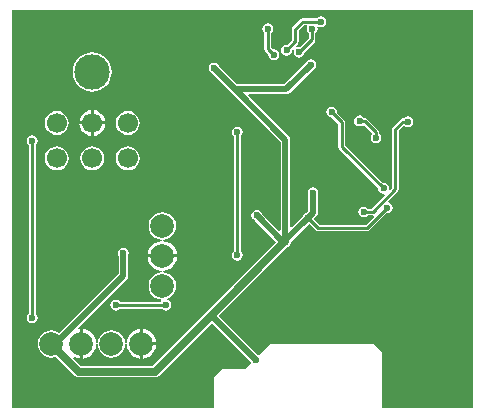
<source format=gbl>
G04 Layer_Physical_Order=2*
G04 Layer_Color=16711680*
%FSLAX25Y25*%
%MOIN*%
G70*
G01*
G75*
%ADD19C,0.01000*%
%ADD21C,0.02000*%
%ADD23C,0.07874*%
%ADD24C,0.11811*%
%ADD25C,0.06693*%
%ADD26C,0.02400*%
%ADD27C,0.02362*%
%ADD28C,0.03000*%
%ADD29C,0.02500*%
G36*
X175796Y85800D02*
Y19604D01*
X145400D01*
Y38200D01*
X142600Y41000D01*
X108100D01*
X104324Y37224D01*
X104095Y37378D01*
X104013Y37394D01*
X91037Y50370D01*
X113957Y73290D01*
X114119Y73322D01*
X114814Y73786D01*
X115278Y74481D01*
X115441Y75300D01*
X115436Y75328D01*
X121160Y81053D01*
X123407Y78807D01*
X123407Y78807D01*
X123771Y78564D01*
X124200Y78478D01*
X124200Y78478D01*
X140500D01*
X140500Y78478D01*
X140929Y78564D01*
X141293Y78807D01*
X147008Y84522D01*
X147200Y84484D01*
X147895Y84622D01*
X148484Y85016D01*
X148878Y85605D01*
X149016Y86300D01*
X148878Y86995D01*
X148484Y87584D01*
X147895Y87978D01*
X147708Y88015D01*
X147544Y88557D01*
X150693Y91707D01*
X150693Y91707D01*
X150936Y92071D01*
X151022Y92500D01*
X151022Y92500D01*
Y112035D01*
X152803Y113817D01*
X152816Y113816D01*
X153405Y113422D01*
X154100Y113284D01*
X154795Y113422D01*
X155384Y113816D01*
X155778Y114405D01*
X155916Y115100D01*
X155778Y115795D01*
X155384Y116384D01*
X154795Y116778D01*
X154100Y116916D01*
X153405Y116778D01*
X152816Y116384D01*
X152707Y116222D01*
X152500D01*
X152500Y116222D01*
X152071Y116136D01*
X151707Y115893D01*
X151707Y115893D01*
X149107Y113293D01*
X148864Y112929D01*
X148778Y112500D01*
X148778Y112500D01*
Y92965D01*
X148254Y92440D01*
X147793Y92687D01*
X147816Y92800D01*
X147678Y93495D01*
X147284Y94084D01*
X146695Y94478D01*
X146000Y94616D01*
X145808Y94578D01*
X133222Y107165D01*
Y114800D01*
X133222Y114800D01*
X133136Y115229D01*
X132893Y115593D01*
X132893Y115593D01*
X130478Y118008D01*
X130516Y118200D01*
X130378Y118895D01*
X129984Y119484D01*
X129395Y119878D01*
X128700Y120016D01*
X128005Y119878D01*
X127416Y119484D01*
X127022Y118895D01*
X126884Y118200D01*
X127022Y117505D01*
X127416Y116916D01*
X128005Y116522D01*
X128700Y116384D01*
X128892Y116422D01*
X130978Y114335D01*
Y106700D01*
X130978Y106700D01*
X131064Y106271D01*
X131307Y105907D01*
X144222Y92992D01*
X144184Y92800D01*
X144322Y92105D01*
X144716Y91516D01*
X145305Y91122D01*
X146000Y90984D01*
X146113Y91007D01*
X146360Y90546D01*
X141883Y86069D01*
X140745D01*
X140637Y86231D01*
X140048Y86625D01*
X139353Y86763D01*
X138658Y86625D01*
X138069Y86231D01*
X137675Y85642D01*
X137537Y84947D01*
X137675Y84252D01*
X138069Y83663D01*
X138658Y83270D01*
X139353Y83131D01*
X140048Y83270D01*
X140637Y83663D01*
X140745Y83826D01*
X142347D01*
X142347Y83826D01*
X142454Y83847D01*
X142700Y83386D01*
X140035Y80722D01*
X124665D01*
X122747Y82639D01*
X123653Y83547D01*
X124007Y84076D01*
X124131Y84700D01*
Y90636D01*
X124178Y90705D01*
X124316Y91400D01*
X124178Y92095D01*
X123784Y92684D01*
X123195Y93078D01*
X122500Y93216D01*
X121805Y93078D01*
X121216Y92684D01*
X120822Y92095D01*
X120684Y91400D01*
X120822Y90705D01*
X120869Y90636D01*
Y85376D01*
X120187Y84694D01*
X120105Y84678D01*
X119516Y84284D01*
X119122Y83695D01*
X119106Y83613D01*
X115393Y79900D01*
X114931Y80092D01*
Y109100D01*
X114807Y109724D01*
X114453Y110254D01*
X100900Y123807D01*
X101092Y124269D01*
X113600D01*
X114224Y124393D01*
X114753Y124747D01*
X122413Y132406D01*
X122495Y132422D01*
X123084Y132816D01*
X123478Y133405D01*
X123616Y134100D01*
X123478Y134795D01*
X123084Y135384D01*
X122495Y135778D01*
X121800Y135916D01*
X121105Y135778D01*
X120516Y135384D01*
X120122Y134795D01*
X120106Y134713D01*
X112924Y127531D01*
X97176D01*
X91194Y133513D01*
X91178Y133595D01*
X90784Y134184D01*
X90195Y134578D01*
X89500Y134716D01*
X88805Y134578D01*
X88216Y134184D01*
X87822Y133595D01*
X87684Y132900D01*
X87822Y132205D01*
X88216Y131616D01*
X88805Y131222D01*
X88887Y131206D01*
X95346Y124747D01*
X111669Y108424D01*
Y78792D01*
X111207Y78600D01*
X105394Y84413D01*
X105378Y84495D01*
X104984Y85084D01*
X104395Y85478D01*
X103700Y85616D01*
X103005Y85478D01*
X102416Y85084D01*
X102022Y84495D01*
X101884Y83800D01*
X102022Y83105D01*
X102416Y82516D01*
X103005Y82122D01*
X103087Y82106D01*
X110263Y74930D01*
X87066Y51734D01*
X87066Y51734D01*
X68919Y33586D01*
X45281D01*
X42629Y36238D01*
X42912Y36662D01*
X44015Y36205D01*
X44800Y36102D01*
Y41000D01*
Y45898D01*
X44469Y45854D01*
X44235Y46328D01*
X60453Y62546D01*
X60807Y63076D01*
X60931Y63700D01*
Y70436D01*
X60978Y70505D01*
X61116Y71200D01*
X60978Y71895D01*
X60584Y72484D01*
X59995Y72878D01*
X59300Y73016D01*
X58605Y72878D01*
X58016Y72484D01*
X57622Y71895D01*
X57484Y71200D01*
X57622Y70505D01*
X57669Y70436D01*
Y64376D01*
X37966Y44673D01*
X37588Y44963D01*
X36484Y45420D01*
X35300Y45576D01*
X34116Y45420D01*
X33012Y44963D01*
X32064Y44236D01*
X31337Y43288D01*
X30880Y42184D01*
X30724Y41000D01*
X30880Y39816D01*
X31337Y38712D01*
X32064Y37764D01*
X33012Y37037D01*
X34116Y36580D01*
X35300Y36424D01*
X36484Y36580D01*
X36816Y36717D01*
X43166Y30366D01*
X43778Y29957D01*
X44500Y29814D01*
X69700D01*
X70422Y29957D01*
X71034Y30366D01*
X88730Y48063D01*
X101706Y35087D01*
X101722Y35005D01*
X101876Y34776D01*
X99700Y32600D01*
Y32500D01*
X92000D01*
X89500Y30000D01*
Y19604D01*
X22004D01*
Y152396D01*
X175796D01*
Y85800D01*
D02*
G37*
%LPC*%
G36*
X72242Y84876D02*
X71057Y84720D01*
X69954Y84263D01*
X69006Y83536D01*
X68279Y82588D01*
X67822Y81484D01*
X67666Y80300D01*
X67822Y79116D01*
X68279Y78012D01*
X69006Y77064D01*
X69954Y76337D01*
X71057Y75880D01*
X71918Y75766D01*
X72074Y75746D01*
Y75242D01*
X71918Y75221D01*
X70957Y75095D01*
X69760Y74599D01*
X68732Y73810D01*
X67943Y72782D01*
X67447Y71585D01*
X67344Y70800D01*
X72242D01*
X77140D01*
X77036Y71585D01*
X76540Y72782D01*
X75752Y73810D01*
X74724Y74599D01*
X73526Y75095D01*
X72565Y75221D01*
X72410Y75242D01*
Y75746D01*
X72565Y75766D01*
X73426Y75880D01*
X74530Y76337D01*
X75478Y77064D01*
X76205Y78012D01*
X76662Y79116D01*
X76818Y80300D01*
X76662Y81484D01*
X76205Y82588D01*
X75478Y83536D01*
X74530Y84263D01*
X73426Y84720D01*
X72242Y84876D01*
D02*
G37*
G36*
X97300Y113316D02*
X96605Y113178D01*
X96016Y112784D01*
X95622Y112195D01*
X95484Y111500D01*
X95622Y110805D01*
X96016Y110216D01*
X96178Y110107D01*
Y71893D01*
X96016Y71784D01*
X95622Y71195D01*
X95484Y70500D01*
X95622Y69805D01*
X96016Y69216D01*
X96605Y68822D01*
X97300Y68684D01*
X97995Y68822D01*
X98584Y69216D01*
X98978Y69805D01*
X99116Y70500D01*
X98978Y71195D01*
X98584Y71784D01*
X98422Y71893D01*
Y110107D01*
X98584Y110216D01*
X98978Y110805D01*
X99116Y111500D01*
X98978Y112195D01*
X98584Y112784D01*
X97995Y113178D01*
X97300Y113316D01*
D02*
G37*
G36*
X37089Y106788D02*
X36059Y106652D01*
X35099Y106254D01*
X34274Y105622D01*
X33642Y104797D01*
X33244Y103837D01*
X33108Y102807D01*
X33244Y101777D01*
X33642Y100817D01*
X34274Y99992D01*
X35099Y99360D01*
X36059Y98962D01*
X37089Y98827D01*
X38119Y98962D01*
X39079Y99360D01*
X39904Y99992D01*
X40536Y100817D01*
X40934Y101777D01*
X41069Y102807D01*
X40934Y103837D01*
X40536Y104797D01*
X39904Y105622D01*
X39079Y106254D01*
X38119Y106652D01*
X37089Y106788D01*
D02*
G37*
G36*
X60711D02*
X59681Y106652D01*
X58721Y106254D01*
X57896Y105622D01*
X57264Y104797D01*
X56866Y103837D01*
X56731Y102807D01*
X56866Y101777D01*
X57264Y100817D01*
X57896Y99992D01*
X58721Y99360D01*
X59681Y98962D01*
X60711Y98827D01*
X61741Y98962D01*
X62701Y99360D01*
X63526Y99992D01*
X64158Y100817D01*
X64556Y101777D01*
X64692Y102807D01*
X64556Y103837D01*
X64158Y104797D01*
X63526Y105622D01*
X62701Y106254D01*
X61741Y106652D01*
X60711Y106788D01*
D02*
G37*
G36*
X48900D02*
X47870Y106652D01*
X46910Y106254D01*
X46085Y105622D01*
X45453Y104797D01*
X45055Y103837D01*
X44919Y102807D01*
X45055Y101777D01*
X45453Y100817D01*
X46085Y99992D01*
X46910Y99360D01*
X47870Y98962D01*
X48900Y98827D01*
X49930Y98962D01*
X50890Y99360D01*
X51715Y99992D01*
X52347Y100817D01*
X52745Y101777D01*
X52881Y102807D01*
X52745Y103837D01*
X52347Y104797D01*
X51715Y105622D01*
X50890Y106254D01*
X49930Y106652D01*
X48900Y106788D01*
D02*
G37*
G36*
X65800Y45898D02*
Y41500D01*
X70198D01*
X70095Y42285D01*
X69599Y43482D01*
X68810Y44510D01*
X67782Y45299D01*
X66585Y45795D01*
X65800Y45898D01*
D02*
G37*
G36*
X70198Y40500D02*
X65800D01*
Y36102D01*
X66585Y36205D01*
X67782Y36701D01*
X68810Y37490D01*
X69599Y38518D01*
X70095Y39715D01*
X70198Y40500D01*
D02*
G37*
G36*
X28900Y110516D02*
X28205Y110378D01*
X27616Y109984D01*
X27222Y109395D01*
X27084Y108700D01*
X27222Y108005D01*
X27616Y107416D01*
X27778Y107307D01*
Y50993D01*
X27616Y50884D01*
X27222Y50295D01*
X27084Y49600D01*
X27222Y48905D01*
X27616Y48316D01*
X28205Y47922D01*
X28900Y47784D01*
X29595Y47922D01*
X30184Y48316D01*
X30578Y48905D01*
X30716Y49600D01*
X30578Y50295D01*
X30184Y50884D01*
X30022Y50993D01*
Y107307D01*
X30184Y107416D01*
X30578Y108005D01*
X30716Y108700D01*
X30578Y109395D01*
X30184Y109984D01*
X29595Y110378D01*
X28900Y110516D01*
D02*
G37*
G36*
X45800Y45898D02*
Y41000D01*
Y36102D01*
X46585Y36205D01*
X47782Y36701D01*
X48810Y37490D01*
X49599Y38518D01*
X50095Y39715D01*
X50221Y40676D01*
X50242Y40832D01*
X50746D01*
X50766Y40676D01*
X50880Y39816D01*
X51337Y38712D01*
X52064Y37764D01*
X53012Y37037D01*
X54116Y36580D01*
X55300Y36424D01*
X56484Y36580D01*
X57588Y37037D01*
X58536Y37764D01*
X59263Y38712D01*
X59720Y39816D01*
X59834Y40676D01*
X59854Y40832D01*
X60358D01*
X60379Y40676D01*
X60505Y39715D01*
X61001Y38518D01*
X61790Y37490D01*
X62818Y36701D01*
X64015Y36205D01*
X64800Y36102D01*
Y41000D01*
Y45898D01*
X64015Y45795D01*
X62818Y45299D01*
X61790Y44510D01*
X61001Y43482D01*
X60505Y42285D01*
X60379Y41324D01*
X60358Y41168D01*
X59854D01*
X59834Y41324D01*
X59720Y42184D01*
X59263Y43288D01*
X58536Y44236D01*
X57588Y44963D01*
X56484Y45420D01*
X55300Y45576D01*
X54116Y45420D01*
X53012Y44963D01*
X52064Y44236D01*
X51337Y43288D01*
X50880Y42184D01*
X50766Y41324D01*
X50746Y41168D01*
X50242D01*
X50221Y41324D01*
X50095Y42285D01*
X49599Y43482D01*
X48810Y44510D01*
X47782Y45299D01*
X46585Y45795D01*
X45800Y45898D01*
D02*
G37*
G36*
X77140Y69800D02*
X72242D01*
X67344D01*
X67447Y69015D01*
X67943Y67818D01*
X68732Y66790D01*
X69760Y66001D01*
X70957Y65505D01*
X71918Y65379D01*
X72074Y65358D01*
Y64854D01*
X71918Y64834D01*
X71057Y64720D01*
X69954Y64263D01*
X69006Y63536D01*
X68279Y62588D01*
X67822Y61484D01*
X67666Y60300D01*
X67822Y59116D01*
X68279Y58012D01*
X69006Y57064D01*
X69954Y56337D01*
X71057Y55880D01*
X71745Y55789D01*
X71955Y55257D01*
X71766Y55022D01*
X58193D01*
X58084Y55184D01*
X57495Y55578D01*
X56800Y55716D01*
X56105Y55578D01*
X55516Y55184D01*
X55122Y54595D01*
X54984Y53900D01*
X55122Y53205D01*
X55516Y52616D01*
X56105Y52222D01*
X56800Y52084D01*
X57495Y52222D01*
X58084Y52616D01*
X58193Y52778D01*
X72007D01*
X72116Y52616D01*
X72705Y52222D01*
X73400Y52084D01*
X74095Y52222D01*
X74684Y52616D01*
X75078Y53205D01*
X75216Y53900D01*
X75078Y54595D01*
X74684Y55184D01*
X74095Y55578D01*
X74033Y55590D01*
X73982Y56110D01*
X74530Y56337D01*
X75478Y57064D01*
X76205Y58012D01*
X76662Y59116D01*
X76818Y60300D01*
X76662Y61484D01*
X76205Y62588D01*
X75478Y63536D01*
X74530Y64263D01*
X73426Y64720D01*
X72565Y64834D01*
X72410Y64854D01*
Y65358D01*
X72565Y65379D01*
X73526Y65505D01*
X74724Y66001D01*
X75752Y66790D01*
X76540Y67818D01*
X77036Y69015D01*
X77140Y69800D01*
D02*
G37*
G36*
X49400Y118920D02*
Y115118D01*
X53202D01*
X53119Y115749D01*
X52683Y116802D01*
X51989Y117707D01*
X51084Y118401D01*
X50030Y118837D01*
X49400Y118920D01*
D02*
G37*
G36*
X48400D02*
X47769Y118837D01*
X46716Y118401D01*
X45811Y117707D01*
X45117Y116802D01*
X44681Y115749D01*
X44598Y115118D01*
X48400D01*
Y118920D01*
D02*
G37*
G36*
X48900Y138163D02*
X47625Y138037D01*
X46398Y137665D01*
X45268Y137061D01*
X44278Y136248D01*
X43465Y135258D01*
X42861Y134128D01*
X42489Y132901D01*
X42363Y131626D01*
X42489Y130351D01*
X42861Y129124D01*
X43465Y127994D01*
X44278Y127004D01*
X45268Y126191D01*
X46398Y125587D01*
X47625Y125215D01*
X48900Y125089D01*
X50175Y125215D01*
X51402Y125587D01*
X52532Y126191D01*
X53522Y127004D01*
X54335Y127994D01*
X54939Y129124D01*
X55311Y130351D01*
X55437Y131626D01*
X55311Y132901D01*
X54939Y134128D01*
X54335Y135258D01*
X53522Y136248D01*
X52532Y137061D01*
X51402Y137665D01*
X50175Y138037D01*
X48900Y138163D01*
D02*
G37*
G36*
X125100Y150216D02*
X124405Y150078D01*
X123816Y149684D01*
X123707Y149522D01*
X119000D01*
X118571Y149436D01*
X118207Y149193D01*
X118207Y149193D01*
X115807Y146793D01*
X115564Y146429D01*
X115478Y146000D01*
X115478Y146000D01*
Y142248D01*
X113850Y140620D01*
X113658Y140658D01*
X112963Y140519D01*
X112374Y140126D01*
X111980Y139537D01*
X111842Y138842D01*
X111980Y138147D01*
X112374Y137558D01*
X112963Y137164D01*
X113658Y137026D01*
X114353Y137164D01*
X114942Y137558D01*
X115336Y138147D01*
X115474Y138842D01*
X115436Y139033D01*
X117393Y140990D01*
X117393Y140990D01*
X117636Y141354D01*
X117722Y141783D01*
Y145535D01*
X119465Y147278D01*
X120378D01*
X120645Y146778D01*
X120522Y146595D01*
X120384Y145900D01*
X120522Y145205D01*
X120916Y144616D01*
X121078Y144507D01*
Y142965D01*
X118092Y139978D01*
X117900Y140016D01*
X117205Y139878D01*
X116616Y139484D01*
X116222Y138895D01*
X116084Y138200D01*
X116222Y137505D01*
X116616Y136916D01*
X117205Y136522D01*
X117900Y136384D01*
X118595Y136522D01*
X119184Y136916D01*
X119578Y137505D01*
X119716Y138200D01*
X119678Y138392D01*
X122993Y141707D01*
X122993Y141707D01*
X123236Y142071D01*
X123322Y142500D01*
X123322Y142500D01*
Y144507D01*
X123484Y144616D01*
X123878Y145205D01*
X124016Y145900D01*
X123906Y146455D01*
X124280Y146771D01*
X124311Y146785D01*
X124405Y146722D01*
X125100Y146584D01*
X125795Y146722D01*
X126384Y147116D01*
X126778Y147705D01*
X126916Y148400D01*
X126778Y149095D01*
X126384Y149684D01*
X125795Y150078D01*
X125100Y150216D01*
D02*
G37*
G36*
X107400Y147816D02*
X106705Y147678D01*
X106116Y147284D01*
X105722Y146695D01*
X105584Y146000D01*
X105722Y145305D01*
X106116Y144716D01*
X106278Y144607D01*
Y139400D01*
X106278Y139400D01*
X106364Y138971D01*
X106607Y138607D01*
X107622Y137592D01*
X107584Y137400D01*
X107722Y136705D01*
X108116Y136116D01*
X108705Y135722D01*
X109400Y135584D01*
X110095Y135722D01*
X110684Y136116D01*
X111078Y136705D01*
X111216Y137400D01*
X111078Y138095D01*
X110684Y138684D01*
X110095Y139078D01*
X109400Y139216D01*
X109208Y139178D01*
X108522Y139865D01*
Y144607D01*
X108684Y144716D01*
X109078Y145305D01*
X109216Y146000D01*
X109078Y146695D01*
X108684Y147284D01*
X108095Y147678D01*
X107400Y147816D01*
D02*
G37*
G36*
X48400Y114118D02*
X44598D01*
X44681Y113488D01*
X45117Y112434D01*
X45811Y111529D01*
X46716Y110835D01*
X47769Y110399D01*
X48400Y110316D01*
Y114118D01*
D02*
G37*
G36*
X138000Y117116D02*
X137305Y116978D01*
X136716Y116584D01*
X136322Y115995D01*
X136184Y115300D01*
X136322Y114605D01*
X136716Y114016D01*
X137305Y113622D01*
X138000Y113484D01*
X138695Y113622D01*
X139284Y114016D01*
X139388Y114026D01*
X142216Y111198D01*
X142197Y111003D01*
X141803Y110414D01*
X141665Y109719D01*
X141803Y109024D01*
X142197Y108435D01*
X142786Y108041D01*
X143481Y107903D01*
X144176Y108041D01*
X144765Y108435D01*
X145159Y109024D01*
X145297Y109719D01*
X145159Y110414D01*
X144765Y111003D01*
X144603Y111112D01*
Y111519D01*
X144517Y111948D01*
X144274Y112312D01*
X144274Y112312D01*
X140493Y116093D01*
X140129Y116336D01*
X139700Y116422D01*
X139700Y116422D01*
X139393D01*
X139284Y116584D01*
X138695Y116978D01*
X138000Y117116D01*
D02*
G37*
G36*
X53202Y114118D02*
X49400D01*
Y110316D01*
X50030Y110399D01*
X51084Y110835D01*
X51989Y111529D01*
X52683Y112434D01*
X53119Y113488D01*
X53202Y114118D01*
D02*
G37*
G36*
X60711Y118599D02*
X59681Y118463D01*
X58721Y118065D01*
X57896Y117433D01*
X57264Y116608D01*
X56866Y115648D01*
X56731Y114618D01*
X56866Y113588D01*
X57264Y112628D01*
X57896Y111803D01*
X58721Y111171D01*
X59681Y110773D01*
X60711Y110638D01*
X61741Y110773D01*
X62701Y111171D01*
X63526Y111803D01*
X64158Y112628D01*
X64556Y113588D01*
X64692Y114618D01*
X64556Y115648D01*
X64158Y116608D01*
X63526Y117433D01*
X62701Y118065D01*
X61741Y118463D01*
X60711Y118599D01*
D02*
G37*
G36*
X37089D02*
X36059Y118463D01*
X35099Y118065D01*
X34274Y117433D01*
X33642Y116608D01*
X33244Y115648D01*
X33108Y114618D01*
X33244Y113588D01*
X33642Y112628D01*
X34274Y111803D01*
X35099Y111171D01*
X36059Y110773D01*
X37089Y110638D01*
X38119Y110773D01*
X39079Y111171D01*
X39904Y111803D01*
X40536Y112628D01*
X40934Y113588D01*
X41069Y114618D01*
X40934Y115648D01*
X40536Y116608D01*
X39904Y117433D01*
X39079Y118065D01*
X38119Y118463D01*
X37089Y118599D01*
D02*
G37*
%LPD*%
D19*
X97300Y70500D02*
Y111500D01*
X139700Y115300D02*
X143481Y111519D01*
X138000Y115300D02*
X139700D01*
X143481Y109719D02*
Y111519D01*
X56800Y53900D02*
X73400D01*
X28900Y49600D02*
Y108700D01*
X107400Y139400D02*
X109400Y137400D01*
X107400Y139400D02*
Y146000D01*
X132100Y106700D02*
Y114800D01*
X128700Y118200D02*
X132100Y114800D01*
Y106700D02*
X146000Y92800D01*
X117900Y138200D02*
X122200Y142500D01*
X113658Y138842D02*
X116600Y141783D01*
Y146000D01*
X122200Y142500D02*
Y145900D01*
X116600Y146000D02*
X119000Y148400D01*
X125100D01*
X139353Y84947D02*
X142347D01*
X140500Y79600D02*
X147200Y86300D01*
X124200Y79600D02*
X140500D01*
X120800Y83000D02*
X124200Y79600D01*
X142347Y84947D02*
X149900Y92500D01*
Y112500D01*
X152500Y115100D01*
X154100D01*
D21*
X35900Y40300D02*
X59300Y63700D01*
X122500Y84700D02*
Y91400D01*
X120800Y83000D02*
X122500Y84700D01*
X88400Y50400D02*
X88700D01*
X89500Y132900D02*
X96500Y125900D01*
X113600D02*
X121800Y134100D01*
X96500Y125900D02*
X113600D01*
X113300Y75300D02*
Y75500D01*
X112200Y75300D02*
X113300D01*
X103700Y83800D02*
X112200Y75300D01*
X88700Y50400D02*
X103400Y35700D01*
X113300Y75500D02*
X120800Y83000D01*
X59300Y63700D02*
Y71200D01*
X96500Y125900D02*
X113300Y109100D01*
Y75500D02*
Y109100D01*
D23*
X35300Y41000D02*
D03*
X45300D02*
D03*
X65300D02*
D03*
X55300D02*
D03*
X72242Y60300D02*
D03*
Y70300D02*
D03*
Y80300D02*
D03*
D24*
X48900Y131626D02*
D03*
D25*
Y114618D02*
D03*
X37089D02*
D03*
X60711D02*
D03*
Y102807D02*
D03*
X48900D02*
D03*
X37089D02*
D03*
D26*
X80600Y94900D02*
D03*
X110900Y119800D02*
D03*
X105100Y111000D02*
D03*
X128800Y113600D02*
D03*
X120300Y100200D02*
D03*
X35400Y129900D02*
D03*
X32500Y137100D02*
D03*
X68500Y103200D02*
D03*
X72500Y118100D02*
D03*
X88700Y148900D02*
D03*
X77500Y141400D02*
D03*
X91200Y83600D02*
D03*
X92000Y73300D02*
D03*
X108700Y85300D02*
D03*
X85300Y67800D02*
D03*
X129300Y75000D02*
D03*
X129800Y67200D02*
D03*
X100700Y74300D02*
D03*
X39600Y123200D02*
D03*
X62200Y58400D02*
D03*
X37300Y48900D02*
D03*
X105500Y56400D02*
D03*
X81900Y77100D02*
D03*
X62600Y83600D02*
D03*
X55100Y66700D02*
D03*
X73200Y43700D02*
D03*
X82800Y35400D02*
D03*
X31700Y92100D02*
D03*
X55400Y93500D02*
D03*
X116800Y86900D02*
D03*
X100100Y83200D02*
D03*
X150100Y54300D02*
D03*
X127900Y53300D02*
D03*
X161400Y93600D02*
D03*
X157600Y132700D02*
D03*
X151100Y129100D02*
D03*
X162000Y78600D02*
D03*
X114100Y148400D02*
D03*
X139100Y126800D02*
D03*
D27*
X122500Y91400D02*
D03*
X121800Y134100D02*
D03*
X89500Y132900D02*
D03*
X97300Y111500D02*
D03*
X103700Y83800D02*
D03*
X138000Y115300D02*
D03*
X143481Y109719D02*
D03*
X103400Y35700D02*
D03*
X120800Y83000D02*
D03*
X59300Y71200D02*
D03*
X73400Y53900D02*
D03*
X56800D02*
D03*
X28900Y108700D02*
D03*
Y49600D02*
D03*
X97300Y70500D02*
D03*
X109400Y137400D02*
D03*
X113658Y138842D02*
D03*
X117900Y138200D02*
D03*
X128700Y118200D02*
D03*
X146000Y92800D02*
D03*
X107400Y146000D02*
D03*
X122200Y145900D02*
D03*
X125100Y148400D02*
D03*
X147200Y86300D02*
D03*
X139353Y84947D02*
D03*
X154100Y115100D02*
D03*
D28*
X113300Y75300D02*
D03*
D29*
X88400Y50400D02*
X113300Y75300D01*
X69700Y31700D02*
X88400Y50400D01*
X44500Y31700D02*
X69700D01*
X35900Y40300D02*
X44500Y31700D01*
M02*

</source>
